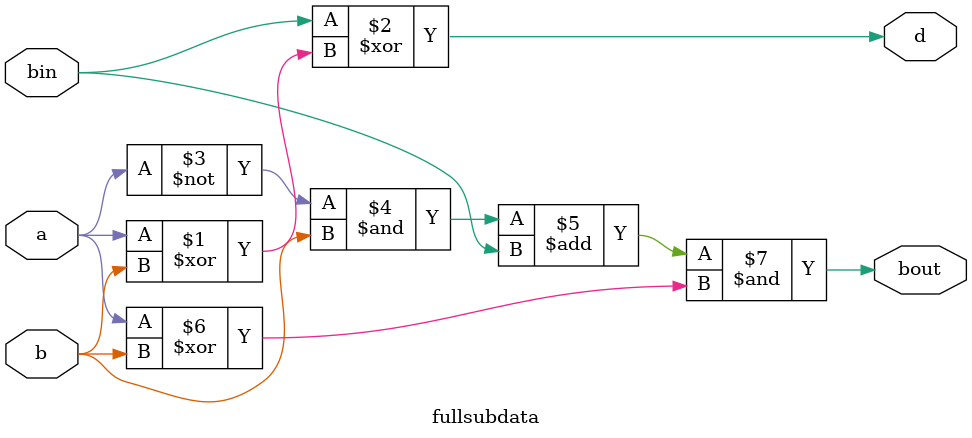
<source format=v>
module fullsubdata(input a,b,bin, output  d,bout);	

			assign d=bin^(a^b);
			assign bout=(~a&b)+bin&(a^b);
		
		endmodule

</source>
